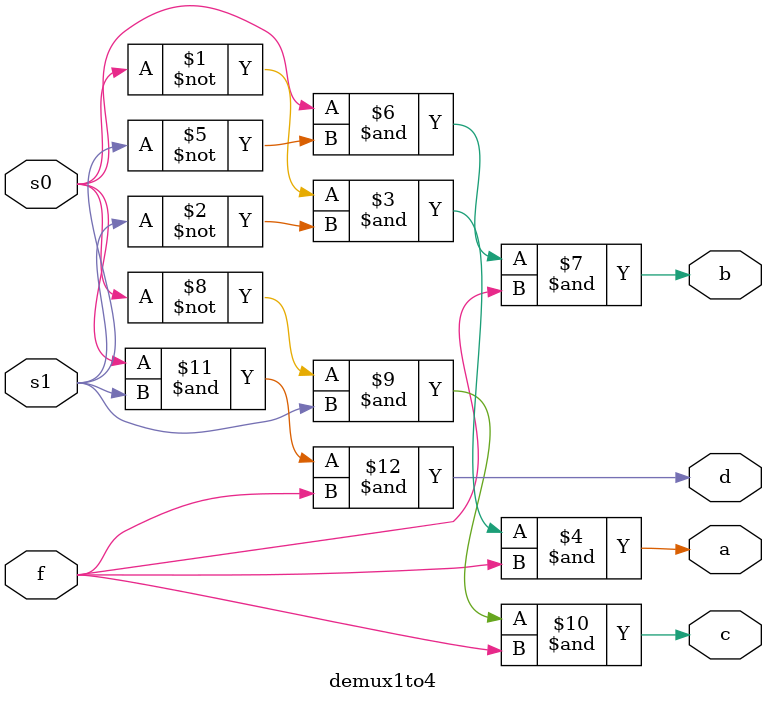
<source format=v>
`timescale 1ns / 1ps

module demux1to4(
input s0, s1, f,
output a,b,c,d
);
    
    assign a = ~s0 & ~s1 & f;
    assign b = s0 & ~s1 & f;
    assign c = ~s0 & s1 & f;
    assign d = s0 & s1 & f;
             
endmodule

</source>
